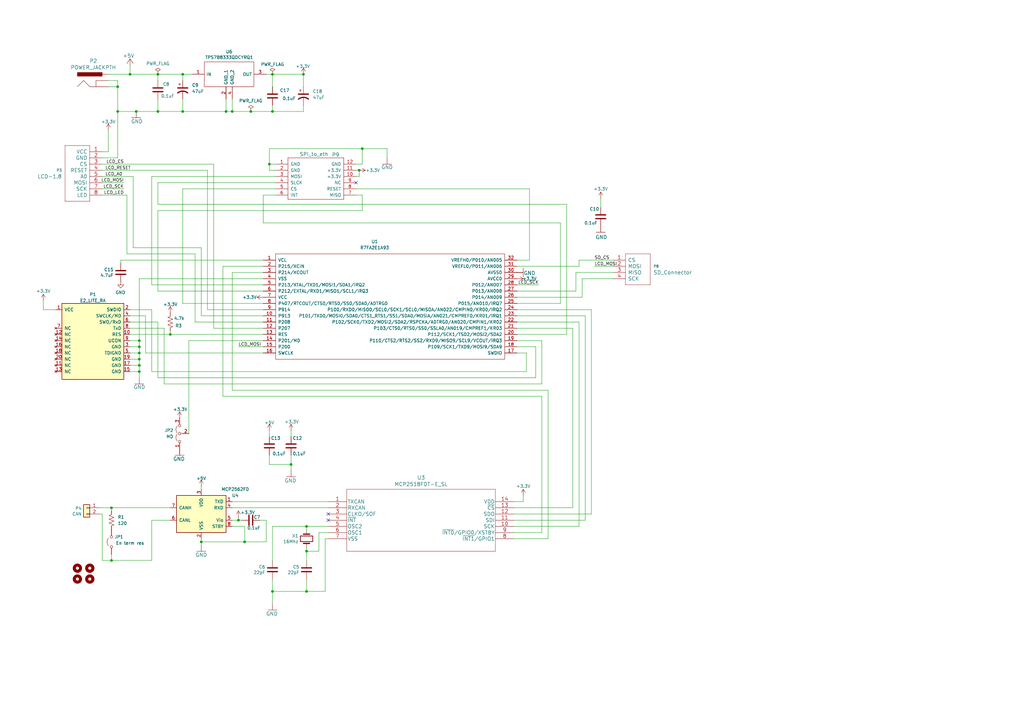
<source format=kicad_sch>
(kicad_sch (version 20231120) (generator "eeschema") (generator_version "8.0")
  (paper "A3")
  (title_block (title "RA2E1 Board With CAN") (date "2025-01-18") (rev "1") (company "Catudal Software"))
  (lib_symbols
    (symbol "Connector_Generic:Conn_01x02" (pin_names (offset 1.016) hide)
      (property "Reference" "J" (at 0 2.54 0))
      (property "Value" "Conn_01x02" (at 0 -5.08 0))
      (symbol "Conn_01x02_1_1"
        (rectangle (start -1.27 -2.413) (end 0 -2.667) (stroke (width 0.1524)))
        (rectangle (start -1.27 0.127) (end 0 -0.127) (stroke (width 0.1524)))
        (rectangle (start -1.27 1.27) (end 1.27 -3.81) (stroke (width 0.254)) (fill (type background)))
        (pin passive line (at -5.08 0 0) (length 3.81) (name "Pin_1") (number "1"))
        (pin passive line (at -5.08 -2.54 0) (length 3.81) (name "Pin_2") (number "2"))
      )
    )
    (symbol "Device:C" (pin_numbers hide) (pin_names (offset 0.254))
      (property "Reference" "C" (at 0.635 2.54 0))
      (property "Value" "C" (at 0.635 -2.54 0))
      (symbol "C_0_1"
        (polyline (pts (xy -2.032 -0.762) (xy 2.032 -0.762)) (stroke (width 0.508)))
        (polyline (pts (xy -2.032 0.762) (xy 2.032 0.762)) (stroke (width 0.508)))
      )
      (symbol "C_1_1"
        (pin passive line (at 0 3.81 270) (length 2.794) (name "~") (number "1"))
        (pin passive line (at 0 -3.81 90) (length 2.794) (name "~") (number "2"))
      )
    )
    (symbol "Device:C_Polarized_US" (pin_numbers hide) (pin_names (offset 0.254) hide)
      (property "Reference" "C" (at 0.635 2.54 0))
      (property "Value" "C_Polarized_US" (at 0.635 -2.54 0))
      (symbol "C_Polarized_US_0_1"
        (polyline (pts (xy -2.032 0.762) (xy 2.032 0.762)) (stroke (width 0.508)))
        (polyline (pts (xy -1.778 2.286) (xy -0.762 2.286)))
        (polyline (pts (xy -1.27 1.778) (xy -1.27 2.794)))
        (arc (start 2.032 -1.27) (mid 0 -0.5572) (end -2.032 -1.27) (stroke (width 0.508)))
      )
      (symbol "C_Polarized_US_1_1"
        (pin passive line (at 0 3.81 270) (length 2.794) (name "~") (number "1"))
        (pin passive line (at 0 -3.81 90) (length 3.302) (name "~") (number "2"))
      )
    )
    (symbol "Device:Crystal" (pin_numbers hide) (pin_names (offset 1.016) hide)
      (property "Reference" "Y" (at 0 3.81 0))
      (property "Value" "Crystal" (at 0 -3.81 0))
      (symbol "Crystal_0_1"
        (rectangle (start -1.143 2.54) (end 1.143 -2.54) (stroke (width 0.3048)))
        (polyline (pts (xy -2.54 0) (xy -1.905 0)))
        (polyline (pts (xy -1.905 -1.27) (xy -1.905 1.27)) (stroke (width 0.508)))
        (polyline (pts (xy 1.905 -1.27) (xy 1.905 1.27)) (stroke (width 0.508)))
        (polyline (pts (xy 2.54 0) (xy 1.905 0)))
      )
      (symbol "Crystal_1_1"
        (pin passive line (at -3.81 0 0) (length 1.27) (name "1") (number "1"))
        (pin passive line (at 3.81 0 180) (length 1.27) (name "2") (number "2"))
      )
    )
    (symbol "Device:R_US" (pin_numbers hide) (pin_names (offset 0))
      (property "Reference" "R" (at 2.54 0 90))
      (property "Value" "R_US" (at -2.54 0 90))
      (symbol "R_US_0_1"
        (polyline (pts (xy 0 -2.286) (xy 0 -2.54)))
        (polyline (pts (xy 0 2.286) (xy 0 2.54)))
        (polyline (pts (xy 0 -0.762) (xy 1.016 -1.143) (xy 0 -1.524) (xy -1.016 -1.905) (xy 0 -2.286)))
        (polyline (pts (xy 0 0.762) (xy 1.016 0.381) (xy 0 0) (xy -1.016 -0.381) (xy 0 -0.762)))
        (polyline (pts (xy 0 2.286) (xy 1.016 1.905) (xy 0 1.524) (xy -1.016 1.143) (xy 0 0.762)))
      )
      (symbol "R_US_1_1"
        (pin passive line (at 0 3.81 270) (length 1.27) (name "~") (number "1"))
        (pin passive line (at 0 -3.81 90) (length 1.27) (name "~") (number "2"))
      )
    )
    (symbol "Interface_CAN_LIN:MCP2562-E-P" (pin_names (offset 1.016))
      (property "Reference" "U" (at -10.16 8.89 0))
      (property "Value" "MCP2562-E-P" (at 2.54 8.89 0))
      (symbol "MCP2562-E-P_0_1"
        (rectangle (start -10.16 7.62) (end 10.16 -7.62) (stroke (width 0.254)) (fill (type background)))
      )
      (symbol "MCP2562-E-P_1_1"
        (pin input line (at -12.7 5.08 0) (length 2.54) (name "TXD") (number "1"))
        (pin power_in line (at 0 -10.16 90) (length 2.54) (name "VSS") (number "2"))
        (pin power_in line (at 0 10.16 270) (length 2.54) (name "VDD") (number "3"))
        (pin output line (at -12.7 2.54 0) (length 2.54) (name "RXD") (number "4"))
        (pin power_in line (at -12.7 -2.54 0) (length 2.54) (name "Vio") (number "5"))
        (pin bidirectional line (at 12.7 -2.54 180) (length 2.54) (name "CANL") (number "6"))
        (pin bidirectional line (at 12.7 2.54 180) (length 2.54) (name "CANH") (number "7"))
        (pin input line (at -12.7 -5.08 0) (length 2.54) (name "STBY") (number "8"))
      )
    )
    (symbol "Jumper:Jumper_2_Open" (pin_numbers hide) (pin_names (offset 0) hide) (exclude_from_sim yes)
      (property "Reference" "JP" (at 0 2.794 0))
      (property "Value" "Jumper_2_Open" (at 0 -2.286 0))
      (symbol "Jumper_2_Open_0_0"
        (circle (center -2.032 0) (radius 0.508))
        (circle (center 2.032 0) (radius 0.508))
      )
      (symbol "Jumper_2_Open_0_1"
        (arc (start 1.524 1.27) (mid 0 1.778) (end -1.524 1.27))
      )
      (symbol "Jumper_2_Open_1_1"
        (pin passive line (at -5.08 0 0) (length 2.54) (name "A") (number "1"))
        (pin passive line (at 5.08 0 180) (length 2.54) (name "B") (number "2"))
      )
    )
    (symbol "Jumper:Jumper_3_Open" (pin_names (offset 0) hide) (exclude_from_sim yes) (in_bom no)
      (property "Reference" "JP" (at -2.54 -2.54 0))
      (property "Value" "Jumper_3_Open" (at 0 2.794 0))
      (symbol "Jumper_3_Open_0_0"
        (circle (center -3.302 0) (radius 0.508))
        (circle (center 0 0) (radius 0.508))
        (circle (center 3.302 0) (radius 0.508))
      )
      (symbol "Jumper_3_Open_0_1"
        (arc (start -0.254 1.016) (mid -1.651 1.4992) (end -3.048 1.016))
        (polyline (pts (xy 0 -0.508) (xy 0 -1.27)))
        (arc (start 3.048 1.016) (mid 1.651 1.4992) (end 0.254 1.016))
      )
      (symbol "Jumper_3_Open_1_1"
        (pin passive line (at -6.35 0 0) (length 2.54) (name "A") (number "1"))
        (pin passive line (at 0 -3.81 90) (length 2.54) (name "C") (number "2"))
        (pin passive line (at 6.35 0 180) (length 2.54) (name "B") (number "3"))
      )
    )
    (symbol "Mechanical:MountingHole" (pin_names (offset 1.016)) (exclude_from_sim yes) (in_bom no)
      (property "Reference" "H" (at 0 5.08 0))
      (property "Value" "MountingHole" (at 0 3.175 0))
      (symbol "MountingHole_0_1"
        (circle (center 0 0) (radius 1.27) (stroke (width 1.27)))
      )
    )
    (symbol "catu:+5V" (power) (pin_names (offset 1.016))
      (property "Value" "+5V" (at -2.54 -5.08 90))
      (symbol "+5V_1_0"
        (polyline (pts (xy 0 0) (xy -1.27 -1.905)))
        (polyline (pts (xy 1.27 -1.905) (xy 0 0)))
        (pin power_in line (at 0 -2.54 90) (length 2.54) (name "+5V") (number "1"))
      )
    )
    (symbol "catu:E2_LITE_RA" (pin_names (offset 1.016))
      (property "Reference" "P" (at -7.62 17.145 0))
      (property "Value" "E2_LITE_RA" (at 11.43 16.51 0))
      (symbol "E2_LITE_RA_0_1"
        (rectangle (start -12.7 15.24) (end 12.7 -15.875) (stroke (width 0.254)) (fill (type background)))
      )
      (symbol "E2_LITE_RA_1_1"
        (pin power_in line (at 15.24 12.7 180) (length 2.54) (name "VCC") (number "1"))
        (pin bidirectional line (at -15.24 2.54 0) (length 2.54) (name "RES") (number "10"))
        (pin no_connect line (at 15.24 -10.16 180) (length 2.54) (name "NC") (number "11"))
        (pin no_connect line (at 15.24 2.54 180) (length 2.54) (name "NC") (number "12"))
        (pin no_connect line (at 15.24 -12.7 180) (length 2.54) (name "NC") (number "13"))
        (pin no_connect line (at 15.24 0 180) (length 2.54) (name "NC") (number "14"))
        (pin power_in line (at -15.24 -12.7 0) (length 2.54) (name "GND") (number "15"))
        (pin no_connect line (at 15.24 -2.54 180) (length 2.54) (name "NC") (number "16"))
        (pin power_in line (at -15.24 -10.16 0) (length 2.54) (name "GND") (number "17"))
        (pin no_connect line (at 15.24 -5.08 180) (length 2.54) (name "NC") (number "18"))
        (pin power_in line (at -15.24 -7.62 0) (length 2.54) (name "GND") (number "19"))
        (pin bidirectional line (at -15.24 12.7 0) (length 2.54) (name "SWDIO") (number "2"))
        (pin no_connect line (at 15.24 -7.62 180) (length 2.54) (name "NC") (number "20"))
        (pin power_in line (at -15.24 -2.54 0) (length 2.54) (name "GND") (number "3"))
        (pin output line (at -15.24 10.16 0) (length 2.54) (name "SWCLK/MD") (number "4"))
        (pin power_in line (at -15.24 -5.08 0) (length 2.54) (name "TDIGND") (number "5"))
        (pin passive line (at -15.24 7.62 0) (length 2.54) (name "SWO/RxD") (number "6"))
        (pin no_connect line (at 15.24 5.08 180) (length 2.54) (name "NC") (number "7"))
        (pin output line (at -15.24 5.08 0) (length 2.54) (name "TxD") (number "8"))
        (pin passive line (at -15.24 0 0) (length 2.54) (name "UCON") (number "9"))
      )
    )
    (symbol "catu:GND" (power) (pin_names (offset 1.016))
      (property "Value" "GND" (at -2.54 -2.54 0))
      (symbol "GND_1_0"
        (polyline (pts (xy -1.905 0) (xy 1.905 0)))
        (pin power_in line (at 0 2.54 270) (length 2.54) (name "GND") (number "1"))
      )
    )
    (symbol "catu:LCD-1.8" (pin_names (offset 1.016))
      (property "Reference" "P" (at 13.97 -5.588 0))
      (property "Value" "LCD-1.8" (at -5.08 -15.24 0))
      (symbol "LCD-1.8_1_1"
        (polyline (pts (xy -5.08 10.16) (xy -5.08 -12.7)) (stroke (width 0.127)))
        (polyline (pts (xy 5.08 -12.7) (xy 5.08 10.16)) (stroke (width 0.127)))
        (polyline (pts (xy 5.08 10.16) (xy -5.08 10.16)) (stroke (width 0.127)))
        (polyline (pts (xy -5.08 -12.7) (xy -1.27 -12.7) (xy 5.08 -12.7)) (stroke (width 0.127)))
        (pin power_in line (at -10.16 7.62 0) (length 5.08) (name "VCC") (number "1"))
        (pin power_in line (at -10.16 5.08 0) (length 5.08) (name "GND") (number "2"))
        (pin input line (at -10.16 2.54 0) (length 5.08) (name "CS") (number "3"))
        (pin input line (at -10.16 0 0) (length 5.08) (name "RESET") (number "4"))
        (pin input line (at -10.16 -2.54 0) (length 5.08) (name "A0") (number "5"))
        (pin input line (at -10.16 -5.08 0) (length 5.08) (name "MOSI") (number "6"))
        (pin input line (at -10.16 -7.62 0) (length 5.08) (name "SCK") (number "7"))
        (pin input line (at -10.16 -10.16 0) (length 5.08) (name "LED") (number "8"))
      )
    )
    (symbol "catu:MCP2518FDT-E_SL" (pin_names (offset 0.254))
      (property "Reference" "U" (at 38.1 10.16 0))
      (property "Value" "MCP2518FDT-E_SL" (at 38.1 7.62 0))
      (symbol "MCP2518FDT-E_SL_1_1"
        (polyline (pts (xy 7.62 -20.32) (xy 68.58 -20.32)) (stroke (width 0.127)))
        (polyline (pts (xy 7.62 5.08) (xy 7.62 -20.32)) (stroke (width 0.127)))
        (polyline (pts (xy 68.58 -20.32) (xy 68.58 5.08)) (stroke (width 0.127)))
        (polyline (pts (xy 68.58 5.08) (xy 7.62 5.08)) (stroke (width 0.127)))
        (pin output line (at 0 0 0) (length 7.62) (name "TXCAN") (number "1"))
        (pin input line (at 76.2 -10.16 180) (length 7.62) (name "SCK") (number "10"))
        (pin input line (at 76.2 -7.62 180) (length 7.62) (name "SDI") (number "11"))
        (pin output line (at 76.2 -5.08 180) (length 7.62) (name "SDO") (number "12"))
        (pin input line (at 76.2 -2.54 180) (length 7.62) (name "~{CS}") (number "13"))
        (pin power_in line (at 76.2 0 180) (length 7.62) (name "VDD") (number "14"))
        (pin input line (at 0 -2.54 0) (length 7.62) (name "RXCAN") (number "2"))
        (pin output line (at 0 -5.08 0) (length 7.62) (name "CLKO/SOF") (number "3"))
        (pin output line (at 0 -7.62 0) (length 7.62) (name "~{INT}") (number "4"))
        (pin output line (at 0 -10.16 0) (length 7.62) (name "OSC2") (number "5"))
        (pin input line (at 0 -12.7 0) (length 7.62) (name "OSC1") (number "6"))
        (pin power_in line (at 0 -15.24 0) (length 7.62) (name "VSS") (number "7"))
        (pin passive line (at 76.2 -15.24 180) (length 7.62) (name "~{INT1}/GPIO1") (number "8"))
        (pin passive line (at 76.2 -12.7 180) (length 7.62) (name "~{INT0}/GPIO0/XSTBY") (number "9"))
      )
    )
    (symbol "catu:POWER_JACKPTH" (pin_names (offset 1.016))
      (property "Reference" "J" (at -10.16 0 0))
      (property "Value" "POWER_JACKPTH" (at -10.16 10.16 0))
      (symbol "POWER_JACKPTH_1_0"
        (rectangle (start -10.16 6.858) (end 0 8.382) (fill (type outline)))
        (polyline (pts (xy -10.16 2.54) (xy -7.62 5.08)))
        (polyline (pts (xy -7.62 5.08) (xy -5.08 2.54)))
        (polyline (pts (xy -5.08 2.54) (xy -2.54 2.54)))
        (polyline (pts (xy -2.54 2.54) (xy -2.54 5.08)))
        (polyline (pts (xy -2.54 2.54) (xy 0 2.54)))
        (polyline (pts (xy -2.54 5.08) (xy 0 5.08)))
        (pin passive line (at 2.54 2.54 180) (length 2.54) (name "GND") (number "GND"))
        (pin passive line (at 2.54 5.08 180) (length 2.54) (name "GNDBREAK") (number "GNDBREAK"))
        (pin passive line (at 2.54 7.62 180) (length 2.54) (name "PWR") (number "PWR"))
      )
    )
    (symbol "catu:R7FA2E1A93" (pin_names (offset 1.016))
      (property "Reference" "U" (at 16.002 24.638 0))
      (property "Value" "R7FA2E1A93" (at 2.032 24.638 0))
      (symbol "R7FA2E1A93_1_1"
        (polyline (pts (xy -40.64 22.86) (xy 53.34 22.86) (xy 53.34 -20.32) (xy -40.64 -20.32) (xy -40.64 22.86)) (stroke (width 0.1524)))
        (pin passive line (at -45.72 20.32 0) (length 5.08) (name "VCL") (number "1"))
        (pin passive line (at -45.72 -2.54 0) (length 5.08) (name "P913") (number "10"))
        (pin passive line (at -45.72 -5.08 0) (length 5.08) (name "P208") (number "11"))
        (pin passive line (at -45.72 -7.62 0) (length 5.08) (name "P207") (number "12"))
        (pin passive line (at -45.72 -10.16 0) (length 5.08) (name "RES") (number "13"))
        (pin passive line (at -45.72 -12.7 0) (length 5.08) (name "P201/MD") (number "14"))
        (pin passive line (at -45.72 -15.24 0) (length 5.08) (name "P200") (number "15"))
        (pin passive line (at -45.72 -17.78 0) (length 5.08) (name "SWCLK") (number "16"))
        (pin passive line (at 58.42 -17.78 180) (length 5.08) (name "SWDIO") (number "17"))
        (pin passive line (at 58.42 -15.24 180) (length 5.08) (name "P109/SCK1/TXD9/MOSI9/SDA9") (number "18"))
        (pin passive line (at 58.42 -12.7 180) (length 5.08) (name "P110/CTS2/RTS2/SS2/RXD9/MISO9/SCL9/VCOUT/IRQ3") (number "19"))
        (pin passive line (at -45.72 17.78 0) (length 5.08) (name "P215/XCIN") (number "2"))
        (pin passive line (at 58.42 -10.16 180) (length 5.08) (name "P112/SCK1/TSD2/MOSI2/SDA2") (number "20"))
        (pin passive line (at 58.42 -7.62 180) (length 5.08) (name "P103/CTS0/RTS0/SS0/SSLA0/AN019/CMPREF1/KR03") (number "21"))
        (pin passive line (at 58.42 -5.08 180) (length 5.08) (name "P102/SCK0/TXD2/MOSI2/SDA2/RSPCKA/ADTRG0/AN020/CMPIN1/KR02") (number "22"))
        (pin passive line (at 58.42 -2.54 180) (length 5.08) (name "P101/TXD0/MOSI0/SDA0/CTS1_RTS1/SS1/SDA0/MOSIA/AN021/CMPREF0/KR01/IRQ1") (number "23"))
        (pin passive line (at 58.42 0 180) (length 5.08) (name "P100/RXD0/MISO0/SCL0/SCK1/SCL0/MISOA/AN022/CMPIN0/KR00/IRQ2") (number "24"))
        (pin passive line (at 58.42 2.54 180) (length 5.08) (name "P015/AN010/IRQ7") (number "25"))
        (pin passive line (at 58.42 5.08 180) (length 5.08) (name "P014/AN009") (number "26"))
        (pin passive line (at 58.42 7.62 180) (length 5.08) (name "P013/AN008") (number "27"))
        (pin passive line (at 58.42 10.16 180) (length 5.08) (name "P012/AN007") (number "28"))
        (pin power_in line (at 58.42 12.7 180) (length 5.08) (name "AVCC0") (number "29"))
        (pin passive line (at -45.72 15.24 0) (length 5.08) (name "P214/XCOUT") (number "3"))
        (pin power_in line (at 58.42 15.24 180) (length 5.08) (name "AVSS0") (number "30"))
        (pin passive line (at 58.42 17.78 180) (length 5.08) (name "VREFL0/P011/AN006") (number "31"))
        (pin passive line (at 58.42 20.32 180) (length 5.08) (name "VREFH0/P010/AN005") (number "32"))
        (pin power_in line (at -45.72 12.7 0) (length 5.08) (name "VSS") (number "4"))
        (pin passive line (at -45.72 10.16 0) (length 5.08) (name "P213/XTAL/TXD1/MOSI1/SDA1/IRQ2") (number "5"))
        (pin passive line (at -45.72 7.62 0) (length 5.08) (name "P212/EXTAL/RXD1/MISO1/SCL1/IRQ3") (number "6"))
        (pin power_in line (at -45.72 5.08 0) (length 5.08) (name "VCC") (number "7"))
        (pin passive line (at -45.72 2.54 0) (length 5.08) (name "P407/RTCOUT/CTS0/RTS0/SS0/SDA0/ADTRG0") (number "8"))
        (pin passive line (at -45.72 0 0) (length 5.08) (name "P914") (number "9"))
      )
    )
    (symbol "catu:SD_Connector" (pin_names (offset 1.016))
      (property "Reference" "P" (at -3.81 5.588 0))
      (property "Value" "SD_Connector" (at -7.874 -10.16 0))
      (symbol "SD_Connector_1_1"
        (polyline (pts (xy -5.08 5.08) (xy -5.08 -7.62)) (stroke (width 0.127)))
        (polyline (pts (xy 5.08 -7.62) (xy 5.08 5.08)) (stroke (width 0.127)))
        (polyline (pts (xy 5.08 5.08) (xy -5.08 5.08)) (stroke (width 0.127)))
        (polyline (pts (xy -5.08 -7.62) (xy -1.27 -7.62) (xy 5.08 -7.62)) (stroke (width 0.127)))
        (pin input line (at -10.16 2.54 0) (length 5.08) (name "CS") (number "1"))
        (pin input line (at -10.16 0 0) (length 5.08) (name "MOSI") (number "2"))
        (pin output line (at -10.16 -2.54 0) (length 5.08) (name "MISO") (number "3"))
        (pin input line (at -10.16 -5.08 0) (length 5.08) (name "SCK") (number "4"))
      )
    )
    (symbol "catu:SPI_to_eth" (pin_names (offset 1.016))
      (property "Reference" "P" (at -8.89 8.382 0))
      (property "Value" "SPI_to_eth" (at -7.62 -11.684 0))
      (symbol "SPI_to_eth_1_0"
        (polyline (pts (xy -13.97 7.62) (xy -13.97 -9.398)))
        (polyline (pts (xy 8.89 -9.398) (xy 8.89 7.62)))
        (polyline (pts (xy 8.89 7.62) (xy -13.97 7.62)))
        (polyline (pts (xy -13.97 -9.398) (xy -2.54 -9.398) (xy 8.89 -9.398)))
        (pin power_in line (at -19.05 5.08 0) (length 5.08) (name "GND") (number "1"))
        (pin power_in line (at 13.97 0 180) (length 5.08) (name "+3.3V") (number "10"))
        (pin power_in line (at 13.97 2.54 180) (length 5.08) (name "+3.3V") (number "11"))
        (pin power_in line (at 13.97 5.08 180) (length 5.08) (name "GND") (number "12"))
        (pin power_in line (at -19.05 2.54 0) (length 5.08) (name "GND") (number "2"))
        (pin passive line (at -19.05 0 0) (length 5.08) (name "MOSI") (number "3"))
        (pin passive line (at -19.05 -2.54 0) (length 5.08) (name "SLCK") (number "4"))
        (pin input line (at -19.05 -5.08 0) (length 5.08) (name "CS") (number "5"))
        (pin output line (at -19.05 -7.62 0) (length 5.08) (name "INT") (number "6"))
        (pin passive line (at 13.97 -7.62 180) (length 5.08) (name "MISO") (number "7"))
        (pin input line (at 13.97 -5.08 180) (length 5.08) (name "RESET") (number "8"))
        (pin input line (at 13.97 -2.54 180) (length 5.08) (name "NC") (number "9"))
      )
    )
    (symbol "catu:TPS7B8333QDCYRQ1" (pin_names (offset 0.762))
      (property "Reference" "IC" (at 8.89 7.62 0))
      (property "Value" "TPS7B8333QDCYRQ1" (at 5.08 5.715 0))
      (symbol "TPS7B8333QDCYRQ1_0_0"
        (pin passive line (at 0 -2.54 0) (length 5.08) (name "IN") (number "1"))
        (pin passive line (at 13.97 -12.7 90) (length 5.08) (name "GND_1") (number "2"))
        (pin passive line (at 30.48 -2.54 180) (length 5.08) (name "OUT") (number "3"))
        (pin passive line (at 16.51 -12.7 90) (length 5.08) (name "GND_2") (number "4"))
      )
      (symbol "TPS7B8333QDCYRQ1_0_1"
        (polyline (pts (xy 5.08 2.54) (xy 25.4 2.54) (xy 25.4 -7.62) (xy 5.08 -7.62) (xy 5.08 2.54)) (stroke (width 0.1524)))
      )
    )
    (symbol "power:+3.3V" (power) (pin_numbers hide) (pin_names (offset 0) hide)
      (property "Value" "+3.3V" (at 0 3.556 0))
      (symbol "+3.3V_0_1"
        (polyline (pts (xy -0.762 1.27) (xy 0 2.54)))
        (polyline (pts (xy 0 0) (xy 0 2.54)))
        (polyline (pts (xy 0 2.54) (xy 0.762 1.27)))
      )
      (symbol "+3.3V_1_1"
        (pin power_in line (at 0 0 90) (length 0) (name "~") (number "1"))
      )
    )
    (symbol "power:+5V" (power) (pin_numbers hide) (pin_names (offset 0) hide)
      (property "Value" "+5V" (at 0 3.556 0))
      (symbol "+5V_0_1"
        (polyline (pts (xy -0.762 1.27) (xy 0 2.54)))
        (polyline (pts (xy 0 0) (xy 0 2.54)))
        (polyline (pts (xy 0 2.54) (xy 0.762 1.27)))
      )
      (symbol "+5V_1_1"
        (pin power_in line (at 0 0 90) (length 0) (name "~") (number "1"))
      )
    )
    (symbol "power:GND" (power) (pin_numbers hide) (pin_names (offset 0) hide)
      (property "Value" "GND" (at 0 -3.81 0))
      (symbol "GND_0_1"
        (polyline (pts (xy 0 0) (xy 0 -1.27) (xy 1.27 -1.27) (xy 0 -2.54) (xy -1.27 -1.27) (xy 0 -1.27)))
      )
      (symbol "GND_1_1"
        (pin power_in line (at 0 0 270) (length 0) (name "~") (number "1"))
      )
    )
    (symbol "power:PWR_FLAG" (power) (pin_numbers hide) (pin_names (offset 0) hide)
      (property "Value" "PWR_FLAG" (at 0 3.81 0))
      (symbol "PWR_FLAG_0_0"
        (pin power_out line (at 0 0 90) (length 0) (name "~") (number "1"))
      )
      (symbol "PWR_FLAG_0_1"
        (polyline (pts (xy 0 0) (xy 0 1.27) (xy -1.016 1.905) (xy 0 2.54) (xy 1.016 1.905) (xy 0 1.27)))
      )
    )
  )
  (junction (at 69.85 137.16))
  (junction (at 64.77 45.72))
  (junction (at 124.46 30.48))
  (junction (at 92.71 45.72))
  (junction (at 148.59 60.96))
  (junction (at 102.87 45.72))
  (junction (at 97.79 213.36))
  (junction (at 82.55 222.25))
  (junction (at 48.26 35.56))
  (junction (at 57.15 147.32))
  (junction (at 119.38 190.5))
  (junction (at 45.72 208.28))
  (junction (at 57.15 149.86))
  (junction (at 48.26 45.72))
  (junction (at 111.76 242.57))
  (junction (at 100.33 222.25))
  (junction (at 74.93 45.72))
  (junction (at 55.88 45.72))
  (junction (at 57.15 139.7))
  (junction (at 57.15 144.78))
  (junction (at 147.32 69.85))
  (junction (at 125.73 226.06))
  (junction (at 53.34 30.48))
  (junction (at 57.15 152.4))
  (junction (at 125.73 215.9))
  (junction (at 95.25 45.72))
  (junction (at 111.76 45.72))
  (junction (at 74.93 30.48))
  (junction (at 125.73 242.57))
  (junction (at 111.76 30.48))
  (junction (at 45.72 229.87))
  (junction (at 64.77 30.48))
  (junction (at 57.15 142.24))
  (junction (at 110.49 67.31))
  (no_connect (at 134.62 213.36))
  (no_connect (at 146.05 74.93))
  (no_connect (at 134.62 210.82))
  (wire (pts (xy 57.15 114.3) (xy 107.95 114.3)))
  (wire (pts (xy 133.35 242.57) (xy 125.73 242.57)))
  (wire (pts (xy 236.22 119.38) (xy 236.22 111.76)))
  (wire (pts (xy 219.71 142.24) (xy 212.09 142.24)))
  (wire (pts (xy 62.23 116.84) (xy 62.23 72.39)))
  (wire (pts (xy 64.77 74.93) (xy 113.03 74.93)))
  (wire (pts (xy 78.74 30.48) (xy 74.93 30.48)))
  (wire (pts (xy 110.49 186.69) (xy 110.49 190.5)))
  (wire (pts (xy 210.82 205.74) (xy 214.63 205.74)))
  (wire (pts (xy 110.49 69.85) (xy 110.49 67.31)))
  (wire (pts (xy 110.49 60.96) (xy 148.59 60.96)))
  (wire (pts (xy 53.34 144.78) (xy 57.15 144.78)))
  (wire (pts (xy 48.26 33.02) (xy 48.26 35.56)))
  (wire (pts (xy 97.79 213.36) (xy 95.25 213.36)))
  (wire (pts (xy 224.79 220.98) (xy 210.82 220.98)))
  (wire (pts (xy 119.38 190.5) (xy 119.38 186.69)))
  (wire (pts (xy 17.78 123.19) (xy 17.78 127)))
  (wire (pts (xy 111.76 242.57) (xy 111.76 237.49)))
  (wire (pts (xy 124.46 35.56) (xy 124.46 30.48)))
  (wire (pts (xy 246.38 81.28) (xy 246.38 85.09)))
  (wire (pts (xy 125.73 224.79) (xy 125.73 226.06)))
  (wire (pts (xy 125.73 215.9) (xy 125.73 217.17)))
  (wire (pts (xy 44.45 33.02) (xy 48.26 33.02)))
  (wire (pts (xy 64.77 30.48) (xy 74.93 30.48)))
  (wire (pts (xy 97.79 142.24) (xy 107.95 142.24)))
  (wire (pts (xy 57.15 114.3) (xy 57.15 139.7)))
  (wire (pts (xy 59.69 144.78) (xy 107.95 144.78)))
  (wire (pts (xy 57.15 147.32) (xy 57.15 149.86)))
  (wire (pts (xy 53.34 152.4) (xy 57.15 152.4)))
  (wire (pts (xy 64.77 154.94) (xy 219.71 154.94)))
  (wire (pts (xy 95.25 205.74) (xy 134.62 205.74)))
  (wire (pts (xy 77.47 139.7) (xy 107.95 139.7)))
  (wire (pts (xy 45.72 208.28) (xy 45.72 209.55)))
  (wire (pts (xy 212.09 119.38) (xy 236.22 119.38)))
  (wire (pts (xy 111.76 43.18) (xy 111.76 45.72)))
  (wire (pts (xy 69.85 137.16) (xy 107.95 137.16)))
  (wire (pts (xy 146.05 77.47) (xy 217.17 77.47)))
  (wire (pts (xy 212.09 127) (xy 242.57 127)))
  (wire (pts (xy 107.95 91.44) (xy 229.87 91.44)))
  (wire (pts (xy 69.85 135.89) (xy 69.85 137.16)))
  (wire (pts (xy 107.95 80.01) (xy 113.03 80.01)))
  (wire (pts (xy 85.09 69.85) (xy 85.09 127)))
  (wire (pts (xy 41.91 64.77) (xy 48.26 64.77)))
  (wire (pts (xy 148.59 80.01) (xy 148.59 86.36)))
  (wire (pts (xy 62.23 127) (xy 62.23 152.4)))
  (wire (pts (xy 64.77 30.48) (xy 64.77 33.02)))
  (wire (pts (xy 130.81 226.06) (xy 125.73 226.06)))
  (wire (pts (xy 48.26 35.56) (xy 48.26 45.72)))
  (wire (pts (xy 215.9 144.78) (xy 212.09 144.78)))
  (wire (pts (xy 64.77 132.08) (xy 64.77 154.94)))
  (wire (pts (xy 224.79 160.02) (xy 224.79 220.98)))
  (wire (pts (xy 111.76 242.57) (xy 111.76 247.65)))
  (wire (pts (xy 229.87 124.46) (xy 212.09 124.46)))
  (wire (pts (xy 125.73 226.06) (xy 125.73 229.87)))
  (wire (pts (xy 242.57 210.82) (xy 242.57 127)))
  (wire (pts (xy 148.59 86.36) (xy 64.77 86.36)))
  (wire (pts (xy 57.15 139.7) (xy 57.15 142.24)))
  (wire (pts (xy 57.15 144.78) (xy 57.15 147.32)))
  (wire (pts (xy 109.22 222.25) (xy 100.33 222.25)))
  (wire (pts (xy 45.72 227.33) (xy 45.72 229.87)))
  (wire (pts (xy 134.62 218.44) (xy 130.81 218.44)))
  (wire (pts (xy 52.07 104.14) (xy 80.01 104.14)))
  (wire (pts (xy 111.76 30.48) (xy 124.46 30.48)))
  (wire (pts (xy 222.25 139.7) (xy 212.09 139.7)))
  (wire (pts (xy 48.26 45.72) (xy 48.26 64.77)))
  (wire (pts (xy 49.53 106.68) (xy 49.53 107.95)))
  (wire (pts (xy 48.26 45.72) (xy 55.88 45.72)))
  (wire (pts (xy 64.77 45.72) (xy 74.93 45.72)))
  (wire (pts (xy 222.25 162.56) (xy 222.25 218.44)))
  (wire (pts (xy 237.49 109.22) (xy 237.49 106.68)))
  (wire (pts (xy 45.72 229.87) (xy 62.23 229.87)))
  (wire (pts (xy 210.82 210.82) (xy 242.57 210.82)))
  (wire (pts (xy 44.45 53.34) (xy 44.45 62.23)))
  (wire (pts (xy 124.46 45.72) (xy 124.46 43.18)))
  (wire (pts (xy 210.82 208.28) (xy 234.95 208.28)))
  (wire (pts (xy 41.91 67.31) (xy 87.63 67.31)))
  (wire (pts (xy 229.87 124.46) (xy 229.87 91.44)))
  (wire (pts (xy 77.47 177.8) (xy 77.47 139.7)))
  (wire (pts (xy 237.49 215.9) (xy 210.82 215.9)))
  (wire (pts (xy 146.05 69.85) (xy 147.32 69.85)))
  (wire (pts (xy 53.34 30.48) (xy 64.77 30.48)))
  (wire (pts (xy 53.34 132.08) (xy 64.77 132.08)))
  (wire (pts (xy 85.09 127) (xy 107.95 127)))
  (wire (pts (xy 91.44 109.22) (xy 107.95 109.22)))
  (wire (pts (xy 54.61 72.39) (xy 54.61 101.6)))
  (wire (pts (xy 110.49 67.31) (xy 110.49 60.96)))
  (wire (pts (xy 100.33 215.9) (xy 100.33 222.25)))
  (wire (pts (xy 110.49 176.53) (xy 110.49 179.07)))
  (wire (pts (xy 237.49 132.08) (xy 237.49 215.9)))
  (wire (pts (xy 53.34 134.62) (xy 67.31 134.62)))
  (wire (pts (xy 212.09 109.22) (xy 237.49 109.22)))
  (wire (pts (xy 240.03 213.36) (xy 240.03 129.54)))
  (wire (pts (xy 62.23 72.39) (xy 113.03 72.39)))
  (wire (pts (xy 62.23 116.84) (xy 107.95 116.84)))
  (wire (pts (xy 100.33 222.25) (xy 82.55 222.25)))
  (wire (pts (xy 74.93 30.48) (xy 74.93 33.02)))
  (wire (pts (xy 217.17 77.47) (xy 217.17 106.68)))
  (wire (pts (xy 147.32 69.85) (xy 147.32 72.39)))
  (wire (pts (xy 111.76 45.72) (xy 124.46 45.72)))
  (wire (pts (xy 148.59 60.96) (xy 148.59 67.31)))
  (wire (pts (xy 107.95 80.01) (xy 107.95 91.44)))
  (wire (pts (xy 95.25 40.64) (xy 95.25 45.72)))
  (wire (pts (xy 212.09 132.08) (xy 237.49 132.08)))
  (wire (pts (xy 74.93 124.46) (xy 107.95 124.46)))
  (wire (pts (xy 62.23 229.87) (xy 62.23 213.36)))
  (wire (pts (xy 109.22 213.36) (xy 109.22 222.25)))
  (wire (pts (xy 67.31 134.62) (xy 67.31 157.48)))
  (wire (pts (xy 97.79 212.09) (xy 97.79 213.36)))
  (wire (pts (xy 109.22 213.36) (xy 106.68 213.36)))
  (wire (pts (xy 111.76 35.56) (xy 111.76 30.48)))
  (wire (pts (xy 232.41 83.82) (xy 232.41 137.16)))
  (wire (pts (xy 119.38 190.5) (xy 119.38 193.04)))
  (wire (pts (xy 87.63 134.62) (xy 107.95 134.62)))
  (wire (pts (xy 53.34 127) (xy 62.23 127)))
  (wire (pts (xy 243.84 109.22) (xy 251.46 109.22)))
  (wire (pts (xy 57.15 149.86) (xy 57.15 152.4)))
  (wire (pts (xy 44.45 62.23) (xy 41.91 62.23)))
  (wire (pts (xy 41.91 210.82) (xy 40.64 210.82)))
  (wire (pts (xy 119.38 176.53) (xy 119.38 179.07)))
  (wire (pts (xy 99.06 213.36) (xy 97.79 213.36)))
  (wire (pts (xy 237.49 106.68) (xy 251.46 106.68)))
  (wire (pts (xy 41.91 72.39) (xy 54.61 72.39)))
  (wire (pts (xy 74.93 77.47) (xy 74.93 124.46)))
  (wire (pts (xy 54.61 101.6) (xy 82.55 101.6)))
  (wire (pts (xy 92.71 40.64) (xy 92.71 45.72)))
  (wire (pts (xy 41.91 80.01) (xy 52.07 80.01)))
  (wire (pts (xy 125.73 237.49) (xy 125.73 242.57)))
  (wire (pts (xy 53.34 139.7) (xy 57.15 139.7)))
  (wire (pts (xy 67.31 157.48) (xy 222.25 157.48)))
  (wire (pts (xy 147.32 72.39) (xy 146.05 72.39)))
  (wire (pts (xy 95.25 111.76) (xy 95.25 160.02)))
  (wire (pts (xy 134.62 220.98) (xy 133.35 220.98)))
  (wire (pts (xy 109.22 30.48) (xy 111.76 30.48)))
  (wire (pts (xy 64.77 83.82) (xy 232.41 83.82)))
  (wire (pts (xy 234.95 208.28) (xy 234.95 134.62)))
  (wire (pts (xy 82.55 101.6) (xy 82.55 129.54)))
  (wire (pts (xy 95.25 45.72) (xy 102.87 45.72)))
  (wire (pts (xy 222.25 218.44) (xy 210.82 218.44)))
  (wire (pts (xy 212.09 134.62) (xy 234.95 134.62)))
  (wire (pts (xy 212.09 116.84) (xy 220.98 116.84)))
  (wire (pts (xy 133.35 220.98) (xy 133.35 242.57)))
  (wire (pts (xy 41.91 210.82) (xy 41.91 229.87)))
  (wire (pts (xy 62.23 213.36) (xy 69.85 213.36)))
  (wire (pts (xy 134.62 208.28) (xy 95.25 208.28)))
  (wire (pts (xy 41.91 74.93) (xy 50.8 74.93)))
  (wire (pts (xy 82.55 199.39) (xy 82.55 200.66)))
  (wire (pts (xy 95.25 160.02) (xy 224.79 160.02)))
  (wire (pts (xy 91.44 109.22) (xy 91.44 162.56)))
  (wire (pts (xy 62.23 152.4) (xy 215.9 152.4)))
  (wire (pts (xy 53.34 26.67) (xy 53.34 30.48)))
  (wire (pts (xy 134.62 215.9) (xy 125.73 215.9)))
  (wire (pts (xy 95.25 111.76) (xy 107.95 111.76)))
  (wire (pts (xy 91.44 162.56) (xy 222.25 162.56)))
  (wire (pts (xy 41.91 229.87) (xy 45.72 229.87)))
  (wire (pts (xy 64.77 83.82) (xy 64.77 74.93)))
  (wire (pts (xy 148.59 80.01) (xy 146.05 80.01)))
  (wire (pts (xy 236.22 111.76) (xy 251.46 111.76)))
  (wire (pts (xy 212.09 106.68) (xy 217.17 106.68)))
  (wire (pts (xy 125.73 242.57) (xy 111.76 242.57)))
  (wire (pts (xy 53.34 137.16) (xy 69.85 137.16)))
  (wire (pts (xy 212.09 121.92) (xy 238.76 121.92)))
  (wire (pts (xy 80.01 104.14) (xy 80.01 132.08)))
  (wire (pts (xy 210.82 213.36) (xy 240.03 213.36)))
  (wire (pts (xy 222.25 157.48) (xy 222.25 139.7)))
  (wire (pts (xy 125.73 215.9) (xy 111.76 215.9)))
  (wire (pts (xy 214.63 203.2) (xy 214.63 205.74)))
  (wire (pts (xy 53.34 142.24) (xy 57.15 142.24)))
  (wire (pts (xy 44.45 35.56) (xy 48.26 35.56)))
  (wire (pts (xy 130.81 218.44) (xy 130.81 226.06)))
  (wire (pts (xy 82.55 220.98) (xy 82.55 222.25)))
  (wire (pts (xy 219.71 154.94) (xy 219.71 142.24)))
  (wire (pts (xy 59.69 129.54) (xy 59.69 144.78)))
  (wire (pts (xy 74.93 45.72) (xy 92.71 45.72)))
  (wire (pts (xy 53.34 149.86) (xy 57.15 149.86)))
  (wire (pts (xy 82.55 129.54) (xy 107.95 129.54)))
  (wire (pts (xy 87.63 67.31) (xy 87.63 134.62)))
  (wire (pts (xy 158.75 60.96) (xy 158.75 64.77)))
  (wire (pts (xy 44.45 30.48) (xy 53.34 30.48)))
  (wire (pts (xy 64.77 40.64) (xy 64.77 45.72)))
  (wire (pts (xy 64.77 86.36) (xy 64.77 119.38)))
  (wire (pts (xy 111.76 229.87) (xy 111.76 215.9)))
  (wire (pts (xy 100.33 215.9) (xy 95.25 215.9)))
  (wire (pts (xy 41.91 69.85) (xy 85.09 69.85)))
  (wire (pts (xy 53.34 147.32) (xy 57.15 147.32)))
  (wire (pts (xy 215.9 144.78) (xy 215.9 152.4)))
  (wire (pts (xy 82.55 222.25) (xy 82.55 223.52)))
  (wire (pts (xy 57.15 152.4) (xy 57.15 154.94)))
  (wire (pts (xy 102.87 45.72) (xy 111.76 45.72)))
  (wire (pts (xy 57.15 142.24) (xy 57.15 144.78)))
  (wire (pts (xy 40.64 208.28) (xy 45.72 208.28)))
  (wire (pts (xy 74.93 40.64) (xy 74.93 45.72)))
  (wire (pts (xy 52.07 80.01) (xy 52.07 104.14)))
  (wire (pts (xy 49.53 106.68) (xy 107.95 106.68)))
  (wire (pts (xy 212.09 137.16) (xy 232.41 137.16)))
  (wire (pts (xy 41.91 77.47) (xy 50.8 77.47)))
  (wire (pts (xy 80.01 132.08) (xy 107.95 132.08)))
  (wire (pts (xy 110.49 190.5) (xy 119.38 190.5)))
  (wire (pts (xy 45.72 208.28) (xy 69.85 208.28)))
  (wire (pts (xy 110.49 67.31) (xy 113.03 67.31)))
  (wire (pts (xy 64.77 119.38) (xy 107.95 119.38)))
  (wire (pts (xy 238.76 121.92) (xy 238.76 114.3)))
  (wire (pts (xy 113.03 77.47) (xy 74.93 77.47)))
  (wire (pts (xy 92.71 45.72) (xy 95.25 45.72)))
  (wire (pts (xy 148.59 60.96) (xy 158.75 60.96)))
  (wire (pts (xy 22.86 127) (xy 17.78 127)))
  (wire (pts (xy 53.34 129.54) (xy 59.69 129.54)))
  (wire (pts (xy 113.03 69.85) (xy 110.49 69.85)))
  (wire (pts (xy 55.88 45.72) (xy 64.77 45.72)))
  (wire (pts (xy 212.09 129.54) (xy 240.03 129.54)))
  (wire (pts (xy 238.76 114.3) (xy 251.46 114.3)))
  (wire (pts (xy 148.59 67.31) (xy 146.05 67.31)))
  (label "LCD_SCK" (at 50.8 77.47 180))
  (label "SD_CS" (at 243.84 106.68 0))
  (label "LCD_LED" (at 50.8 80.01 180))
  (label "LCD_MOSI" (at 243.84 109.22 0))
  (label "LCD_RESET" (at 43.18 69.85 0))
  (label "LCD_A0" (at 43.18 72.39 0))
  (label "LCD_MOSI" (at 97.79 142.24 0))
  (label "LCD_SCK" (at 220.98 116.84 180))
  (label "LCD_CS" (at 50.8 67.31 180))
  (label "LCD_MOSI" (at 50.8 74.93 180))
  (symbol (lib_id "Mechanical:MountingHole") (at 31.75 233.045 0) (unit 1)
    (property "Reference" "H1" (effects (hide yes)))
    (property "Value" "MountingHole" (effects (hide yes)))
    (property "Footprint" "MountingHole:MountingHole_2.7mm_M2.5_DIN965_Pad" (effects (hide yes)))
    (property "Description" "Mounting Hole without connection" (effects (hide yes)))
  )
  (symbol (lib_id "Mechanical:MountingHole") (at 36.83 233.045 0) (unit 1)
    (property "Reference" "H3" (effects (hide yes)))
    (property "Value" "MountingHole" (effects (hide yes)))
    (property "Footprint" "MountingHole:MountingHole_2.7mm_M2.5_DIN965_Pad" (effects (hide yes)))
    (property "Description" "Mounting Hole without connection" (effects (hide yes)))
  )
  (symbol (lib_id "Mechanical:MountingHole") (at 31.75 237.49 0) (unit 1)
    (property "Reference" "H2" (effects (hide yes)))
    (property "Value" "MountingHole" (effects (hide yes)))
    (property "Footprint" "MountingHole:MountingHole_2.7mm_M2.5_DIN965_Pad" (effects (hide yes)))
    (property "Description" "Mounting Hole without connection" (effects (hide yes)))
  )
  (symbol (lib_id "Mechanical:MountingHole") (at 36.83 237.49 0) (unit 1)
    (property "Reference" "H4" (effects (hide yes)))
    (property "Value" "MountingHole" (effects (hide yes)))
    (property "Footprint" "MountingHole:MountingHole_2.7mm_M2.5_DIN965_Pad" (effects (hide yes)))
    (property "Description" "Mounting Hole without connection" (effects (hide yes)))
  )
  (symbol (lib_id "catu:GND") (at 57.15 157.48 0) (mirror y) (unit 1)
    (property "Reference" "#GND0114" (effects (hide yes)))
    (property "Value" "GND" (at 57.15 158.75 0) (effects (font (size 1.4986 1.4986))))
  )
  (symbol (lib_id "catu:GND") (at 73.66 186.69 0) (mirror y) (unit 1)
    (property "Reference" "#GND08" (effects (hide yes)))
    (property "Value" "GND" (at 73.406 188.214 0) (effects (font (size 1.4986 1.4986))))
  )
  (symbol (lib_id "Device:C") (at 49.53 111.76 0) (mirror y) (unit 1)
    (property "Reference" "C15" (at 46.609 110.5916 0) (effects (justify left)))
    (property "Value" "4.7uF" (at 46.609 112.903 0) (effects (justify left)))
    (property "Footprint" "Capacitor_SMD:C_0805_2012Metric_Pad1.18x1.45mm_HandSolder" (effects (hide yes)))
    (property "Description" "Unpolarized capacitor" (effects (hide yes)))
  )
  (symbol (lib_id "Jumper:Jumper_3_Open") (at 73.66 177.8 90) (unit 1) (exclude_from_sim yes) (in_bom no)
    (property "Reference" "JP2" (at 71.12 176.5299 90) (effects (justify left)))
    (property "Value" "MD" (at 71.12 179.0699 90) (effects (justify left)))
    (property "Footprint" "Connector_PinSocket_2.54mm:PinSocket_1x03_P2.54mm_Vertical" (effects (hide yes)))
    (property "Description" "Jumper, 3-pole, both open" (effects (hide yes)))
  )
  (symbol (lib_id "power:PWR_FLAG") (at 64.77 30.48 0) (unit 1)
    (property "Reference" "#FLG01" (effects (hide yes)))
    (property "Value" "PWR_FLAG" (at 64.77 26.0858 0))
    (property "Description" "Special symbol for telling ERC where power comes from" (effects (hide yes)))
  )
  (symbol (lib_id "catu:LCD-1.8") (at 31.75 69.85 0) (mirror y) (unit 1)
    (property "Reference" "P3" (at 25.4 69.85 0) (effects (font (size 1.0668 1.0668)) (justify left)))
    (property "Value" "LCD-1.8" (at 25.4 72.3899 0) (effects (font (size 1.524 1.524)) (justify left)))
    (property "Footprint" "Connector_PinHeader_2.54mm:PinHeader_1x08_P2.54mm_Vertical" (effects (hide yes)))
  )
  (symbol (lib_id "Device:C") (at 110.49 182.88 0) (unit 1)
    (property "Reference" "C13" (at 111.125 179.705 0) (effects (justify left)))
    (property "Value" "0.1uF" (at 111.76 186.055 0) (effects (justify left)))
    (property "Footprint" "Capacitor_SMD:C_0805_2012Metric_Pad1.18x1.45mm_HandSolder" (effects (hide yes)))
    (property "Description" "Unpolarized capacitor" (effects (hide yes)))
  )
  (symbol (lib_id "power:PWR_FLAG") (at 102.87 45.72 0) (unit 1)
    (property "Reference" "#FLG02" (effects (hide yes)))
    (property "Value" "PWR_FLAG" (at 102.87 41.3258 0))
    (property "Description" "Special symbol for telling ERC where power comes from" (effects (hide yes)))
  )
  (symbol (lib_id "power:+3.3V") (at 17.78 123.19 0) (mirror y) (unit 1)
    (property "Reference" "#PWR0121" (effects (hide yes)))
    (property "Value" "+3.3V" (at 17.78 119.38 0))
    (property "Description" "Power symbol creates a global label with name \"+3.3V\"" (effects (hide yes)))
  )
  (symbol (lib_id "Device:C") (at 111.76 39.37 0) (unit 1)
    (property "Reference" "C17" (at 114.808 37.084 0) (effects (justify left)))
    (property "Value" "0.1uF" (at 115.824 40.386 0) (effects (justify left)))
    (property "Footprint" "Capacitor_SMD:C_0805_2012Metric_Pad1.18x1.45mm_HandSolder" (effects (hide yes)))
    (property "Description" "Unpolarized capacitor" (effects (hide yes)))
  )
  (symbol (lib_id "catu:SPI_to_eth") (at 132.08 72.39 0) (unit 1)
    (property "Reference" "P9" (at 137.668 63.5 0) (effects (font (size 1.4986 1.4986))))
    (property "Value" "SPI_to_eth" (at 128.778 63.246 0) (effects (font (size 1.4986 1.4986))))
    (property "Footprint" "catu:SPI_to_eth" (effects (hide yes)))
  )
  (symbol (lib_id "Device:Crystal") (at 125.73 220.98 90) (mirror x) (unit 1)
    (property "Reference" "X1" (at 122.4026 219.8116 90) (effects (justify left)))
    (property "Value" "16Mhz" (at 122.4026 222.123 90) (effects (justify left)))
    (property "Footprint" "Crystal:Crystal_HC49-4H_Vertical" (effects (hide yes)))
    (property "Description" "Two pin crystal" (effects (hide yes)))
  )
  (symbol (lib_id "Device:R_US") (at 69.85 132.08 0) (mirror x) (unit 1)
    (property "Reference" "R3" (at 71.882 133.604 0) (effects (justify left)))
    (property "Value" "4.7k" (at 71.374 130.556 0) (effects (justify left)))
    (property "Footprint" "Resistor_SMD:R_0805_2012Metric_Pad1.20x1.40mm_HandSolder" (effects (hide yes)))
    (property "Description" "Resistor, US symbol" (effects (hide yes)))
  )
  (symbol (lib_id "Device:C_Polarized_US") (at 124.46 39.37 0) (unit 1)
    (property "Reference" "C18" (at 128.27 37.4649 0) (effects (justify left)))
    (property "Value" "47uF" (at 128.27 40.0049 0) (effects (justify left)))
    (property "Footprint" "Capacitor_THT:CP_Radial_D6.3mm_P2.50mm" (effects (hide yes)))
    (property "Description" "Polarized capacitor, US symbol" (effects (hide yes)))
  )
  (symbol (lib_id "catu:GND") (at 158.75 67.31 0) (mirror y) (unit 1)
    (property "Reference" "#GND02" (effects (hide yes)))
    (property "Value" "GND" (at 158.75 68.58 0) (effects (font (size 1.4986 1.4986))))
  )
  (symbol (lib_id "power:+5V") (at 82.55 199.39 0) (mirror y) (unit 1)
    (property "Reference" "#PWR0108" (effects (hide yes)))
    (property "Value" "+5V" (at 82.55 196.215 0))
    (property "Description" "Power symbol creates a global label with name \"+5V\"" (effects (hide yes)))
  )
  (symbol (lib_id "catu:SD_Connector") (at 261.62 109.22 0) (unit 1)
    (property "Reference" "P8" (at 267.97 109.22 0) (effects (font (size 1.0668 1.0668)) (justify left)))
    (property "Value" "SD_Connector" (at 267.97 111.7599 0) (effects (font (size 1.524 1.524)) (justify left)))
    (property "Footprint" "Connector_PinHeader_2.54mm:PinHeader_1x04_P2.54mm_Vertical" (effects (hide yes)))
  )
  (symbol (lib_id "Device:C") (at 119.38 182.88 0) (unit 1)
    (property "Reference" "C12" (at 120.015 179.705 0) (effects (justify left)))
    (property "Value" "0.1uF" (at 120.015 186.055 0) (effects (justify left)))
    (property "Footprint" "Capacitor_SMD:C_0805_2012Metric_Pad1.18x1.45mm_HandSolder" (effects (hide yes)))
    (property "Description" "Unpolarized capacitor" (effects (hide yes)))
  )
  (symbol (lib_id "catu:GND") (at 111.76 250.19 0) (mirror y) (unit 1)
    (property "Reference" "#GND04" (effects (hide yes)))
    (property "Value" "GND" (at 111.506 251.714 0) (effects (font (size 1.4986 1.4986))))
  )
  (symbol (lib_id "Device:C") (at 64.77 36.83 0) (unit 1)
    (property "Reference" "C8" (at 66.802 34.544 0) (effects (justify left)))
    (property "Value" "0.1uF" (at 66.04 39.37 0) (effects (justify left)))
    (property "Footprint" "Capacitor_SMD:C_0805_2012Metric_Pad1.18x1.45mm_HandSolder" (effects (hide yes)))
    (property "Description" "Unpolarized capacitor" (effects (hide yes)))
  )
  (symbol (lib_id "power:+3.3V") (at 124.46 30.48 0) (unit 1)
    (property "Reference" "#PWR02" (effects (hide yes)))
    (property "Value" "+3.3V" (at 124.206 27.178 0))
    (property "Description" "Power symbol creates a global label with name \"+3.3V\"" (effects (hide yes)))
  )
  (symbol (lib_id "power:+3.3V") (at 44.45 53.34 0) (mirror y) (unit 1)
    (property "Reference" "#PWR01" (effects (hide yes)))
    (property "Value" "+3.3V" (at 44.45 49.911 0))
    (property "Description" "Power symbol creates a global label with name \"+3.3V\"" (effects (hide yes)))
  )
  (symbol (lib_id "power:+3.3V") (at 119.38 176.53 0) (unit 1)
    (property "Reference" "#PWR06" (effects (hide yes)))
    (property "Value" "+3.3V" (at 119.634 172.974 0))
    (property "Description" "Power symbol creates a global label with name \"+3.3V\"" (effects (hide yes)))
  )
  (symbol (lib_id "catu:GND") (at 82.55 226.06 0) (mirror y) (unit 1)
    (property "Reference" "#GND03" (effects (hide yes)))
    (property "Value" "GND" (at 82.55 227.584 0) (effects (font (size 1.4986 1.4986))))
  )
  (symbol (lib_id "catu:MCP2518FDT-E_SL") (at 134.62 205.74 0) (unit 1)
    (property "Reference" "U3" (at 172.72 195.9102 0) (effects (font (size 1.524 1.524))))
    (property "Value" "MCP2518FDT-E_SL" (at 172.72 198.6026 0) (effects (font (size 1.524 1.524))))
    (property "Footprint" "catu:MCP2518FD" (effects (hide yes)))
  )
  (symbol (lib_id "power:+3.3V") (at 69.85 128.27 0) (mirror y) (unit 1)
    (property "Reference" "#PWR05" (effects (hide yes)))
    (property "Value" "+3.3V" (at 69.85 124.841 0))
    (property "Description" "Power symbol creates a global label with name \"+3.3V\"" (effects (hide yes)))
  )
  (symbol (lib_id "Interface_CAN_LIN:MCP2562-E-P") (at 82.55 210.82 0) (mirror y) (unit 1)
    (property "Reference" "U4" (at 96.52 203.2 0))
    (property "Value" "MCP2562FD" (at 96.52 200.66 0))
    (property "Footprint" "Package_DIP:DIP-8_W7.62mm" (effects (hide yes)))
    (property "Datasheet" "http://ww1.microchip.com/downloads/en/DeviceDoc/25167A.pdf" (effects (hide yes)))
    (property "Description" "High-Speed CAN Transceiver, 1Mbps, 5V supply, Vio pin, -40C to +125C, DIP-8" (effects (hide yes)))
  )
  (symbol (lib_id "Device:C") (at 111.76 233.68 0) (mirror y) (unit 1)
    (property "Reference" "C6" (at 108.839 232.5116 0) (effects (justify left)))
    (property "Value" "22pF" (at 108.839 234.823 0) (effects (justify left)))
    (property "Footprint" "Capacitor_SMD:C_0805_2012Metric_Pad1.18x1.45mm_HandSolder" (effects (hide yes)))
    (property "Description" "Unpolarized capacitor" (effects (hide yes)))
  )
  (symbol (lib_id "Device:C") (at 125.73 233.68 0) (mirror y) (unit 1)
    (property "Reference" "C5" (at 122.809 232.5116 0) (effects (justify left)))
    (property "Value" "22pF" (at 122.809 234.823 0) (effects (justify left)))
    (property "Footprint" "Capacitor_SMD:C_0805_2012Metric_Pad1.18x1.45mm_HandSolder" (effects (hide yes)))
    (property "Description" "Unpolarized capacitor" (effects (hide yes)))
  )
  (symbol (lib_id "catu:GND") (at 55.88 48.26 0) (unit 1)
    (property "Reference" "#GND07" (effects (hide yes)))
    (property "Value" "GND" (at 56.134 49.784 0) (effects (font (size 1.4986 1.4986))))
  )
  (symbol (lib_id "catu:GND") (at 119.38 195.58 0) (mirror y) (unit 1)
    (property "Reference" "#GND06" (effects (hide yes)))
    (property "Value" "GND" (at 119.126 197.104 0) (effects (font (size 1.4986 1.4986))))
  )
  (symbol (lib_id "power:+3.3V") (at 107.95 121.92 90) (mirror x) (unit 1)
    (property "Reference" "#PWR07" (effects (hide yes)))
    (property "Value" "+3.3V" (at 102.362 121.92 90))
    (property "Description" "Power symbol creates a global label with name \"+3.3V\"" (effects (hide yes)))
  )
  (symbol (lib_id "Device:C_Polarized_US") (at 74.93 36.83 0) (unit 1)
    (property "Reference" "C9" (at 78.74 34.9249 0) (effects (justify left)))
    (property "Value" "47uF" (at 78.74 37.4649 0) (effects (justify left)))
    (property "Footprint" "Capacitor_THT:CP_Radial_D6.3mm_P2.50mm" (effects (hide yes)))
    (property "Description" "Polarized capacitor, US symbol" (effects (hide yes)))
  )
  (symbol (lib_id "catu:+5V") (at 53.34 24.13 0) (unit 1)
    (property "Reference" "#P+01" (effects (hide yes)))
    (property "Value" "+5V" (at 52.705 22.86 0) (effects (font (size 1.4986 1.4986))))
  )
  (symbol (lib_id "power:+3.3V") (at 212.09 114.3 270) (mirror x) (unit 1)
    (property "Reference" "#PWR04" (effects (hide yes)))
    (property "Value" "+3.3V" (at 217.17 114.3 90))
    (property "Description" "Power symbol creates a global label with name \"+3.3V\"" (effects (hide yes)))
  )
  (symbol (lib_id "catu:POWER_JACKPTH") (at 41.91 38.1 0) (unit 1)
    (property "Reference" "P2" (at 38.3032 24.9936 0) (effects (font (size 1.4986 1.4986))))
    (property "Value" "POWER_JACKPTH" (at 38.3032 27.6606 0) (effects (font (size 1.4986 1.4986))))
    (property "Footprint" "catu:POWER_JACK_PTH" (effects (hide yes)))
  )
  (symbol (lib_id "power:+3.3V") (at 147.32 69.85 270) (mirror x) (unit 1)
    (property "Reference" "#PWR03" (effects (hide yes)))
    (property "Value" "+3.3V" (at 152.908 69.85 90))
    (property "Description" "Power symbol creates a global label with name \"+3.3V\"" (effects (hide yes)))
  )
  (symbol (lib_id "catu:GND") (at 246.38 95.25 0) (unit 1)
    (property "Reference" "#GND01" (effects (hide yes)))
    (property "Value" "GND" (at 246.634 97.282 0) (effects (font (size 1.4986 1.4986))))
  )
  (symbol (lib_id "power:+3.3V") (at 97.79 212.09 0) (mirror y) (unit 1)
    (property "Reference" "#PWR0106" (effects (hide yes)))
    (property "Value" "+3.3V" (at 101.6 210.185 0))
    (property "Description" "Power symbol creates a global label with name \"+3.3V\"" (effects (hide yes)))
  )
  (symbol (lib_id "catu:TPS7B8333QDCYRQ1") (at 78.74 27.94 0) (unit 1)
    (property "Reference" "U6" (at 93.98 21.209 0))
    (property "Value" "TPS7B8333QDCYRQ1" (at 93.98 23.5204 0))
    (property "Footprint" "catu:SOT230P700X180-4N" (effects (hide yes)))
  )
  (symbol (lib_id "power:GND") (at 49.53 115.57 0) (mirror y) (unit 1)
    (property "Reference" "#PWR0109" (effects (hide yes)))
    (property "Value" "GND" (at 49.403 119.9642 0))
    (property "Description" "Power symbol creates a global label with name \"GND\" , ground" (effects (hide yes)))
  )
  (symbol (lib_id "power:+3.3V") (at 214.63 203.2 0) (mirror y) (unit 1)
    (property "Reference" "#PWR0102" (effects (hide yes)))
    (property "Value" "+3.3V" (at 214.63 199.39 0))
    (property "Description" "Power symbol creates a global label with name \"+3.3V\"" (effects (hide yes)))
  )
  (symbol (lib_id "catu:R7FA2E1A93") (at 153.67 127 0) (unit 1)
    (property "Reference" "U1" (at 153.67 99.06 0))
    (property "Value" "R7FA2E1A93" (at 153.67 101.6 0))
    (property "Footprint" "digikey-footprints:LQFP-32_7x7mm" (effects (hide yes)))
  )
  (symbol (lib_id "power:+3.3V") (at 246.38 81.28 0) (mirror y) (unit 1)
    (property "Reference" "#PWR0118" (effects (hide yes)))
    (property "Value" "+3.3V" (at 246.38 77.47 0))
    (property "Description" "Power symbol creates a global label with name \"+3.3V\"" (effects (hide yes)))
  )
  (symbol (lib_id "catu:E2_LITE_RA") (at 38.1 139.7 0) (mirror y) (unit 1)
    (property "Reference" "P1" (at 38.1 120.7602 0))
    (property "Value" "E2_LITE_RA" (at 38.1 123.2971 0))
    (property "Footprint" "Connector_PinHeader_1.27mm:PinHeader_2x10_P1.27mm_Vertical_SMD" (effects (hide yes)))
    (property "Description" "Standard IDC20 Male Connector, legacy JTAG" (effects (hide yes)))
  )
  (symbol (lib_id "power:+3.3V") (at 73.66 171.45 0) (unit 1)
    (property "Reference" "#PWR08" (effects (hide yes)))
    (property "Value" "+3.3V" (at 73.914 167.894 0))
    (property "Description" "Power symbol creates a global label with name \"+3.3V\"" (effects (hide yes)))
  )
  (symbol (lib_id "Device:R_US") (at 45.72 213.36 0) (mirror y) (unit 1)
    (property "Reference" "R1" (at 48.26 212.0899 0) (effects (justify right)))
    (property "Value" "120" (at 48.26 214.6299 0) (effects (justify right)))
    (property "Footprint" "Resistor_SMD:R_2512_6332Metric_Pad1.40x3.35mm_HandSolder" (effects (hide yes)))
    (property "Description" "Resistor, US symbol" (effects (hide yes)))
  )
  (symbol (lib_id "power:PWR_FLAG") (at 111.76 30.48 0) (unit 1)
    (property "Reference" "#FLG03" (effects (hide yes)))
    (property "Value" "PWR_FLAG" (at 111.76 26.416 0))
    (property "Description" "Special symbol for telling ERC where power comes from" (effects (hide yes)))
  )
  (symbol (lib_id "Jumper:Jumper_2_Open") (at 45.72 222.25 90) (unit 1) (exclude_from_sim yes)
    (property "Reference" "JP1" (at 48.768 220.218 90))
    (property "Value" "En term res" (at 53.34 222.758 90))
    (property "Footprint" "Connector_PinHeader_2.54mm:PinHeader_1x02_P2.54mm_Vertical" (effects (hide yes)))
    (property "Description" "Jumper, 2-pole, open" (effects (hide yes)))
  )
  (symbol (lib_id "power:+5V") (at 110.49 176.53 0) (mirror y) (unit 1)
    (property "Reference" "#PWR0117" (effects (hide yes)))
    (property "Value" "+5V" (at 110.49 173.355 0))
    (property "Description" "Power symbol creates a global label with name \"+5V\"" (effects (hide yes)))
  )
  (symbol (lib_id "catu:GND") (at 214.63 111.76 90) (mirror x) (unit 1)
    (property "Reference" "#GND05" (effects (hide yes)))
    (property "Value" "GND" (at 217.17 112.014 90) (effects (font (size 1.4986 1.4986))))
  )
  (symbol (lib_id "Device:C") (at 102.87 213.36 90) (mirror x) (unit 1)
    (property "Reference" "C7" (at 105.41 212.09 90))
    (property "Value" "0.1uF" (at 104.14 216.535 90))
    (property "Footprint" "Capacitor_SMD:C_0805_2012Metric_Pad1.18x1.45mm_HandSolder" (effects (hide yes)))
    (property "Description" "Unpolarized capacitor" (effects (hide yes)))
  )
  (symbol (lib_id "Connector_Generic:Conn_01x02") (at 35.56 208.28 0) (mirror y) (unit 1)
    (property "Reference" "P4" (at 33.528 208.4832 0) (effects (justify left)))
    (property "Value" "CAN" (at 33.528 210.7946 0) (effects (justify left)))
    (property "Footprint" "Connector_PinSocket_2.54mm:PinSocket_1x02_P2.54mm_Vertical" (effects (hide yes)))
    (property "Description" "Generic connector, single row, 01x02, script generated (kicad-library-utils/schlib/autogen/connector/)" (effects (hide yes)))
  )
  (symbol (lib_id "Device:C") (at 246.38 88.9 0) (mirror y) (unit 1)
    (property "Reference" "C10" (at 245.745 85.725 0) (effects (justify left)))
    (property "Value" "0.1uF" (at 245.11 91.44 0) (effects (justify left)))
    (property "Footprint" "Capacitor_SMD:C_0805_2012Metric_Pad1.18x1.45mm_HandSolder" (effects (hide yes)))
    (property "Description" "Unpolarized capacitor" (effects (hide yes)))
  )
)
</source>
